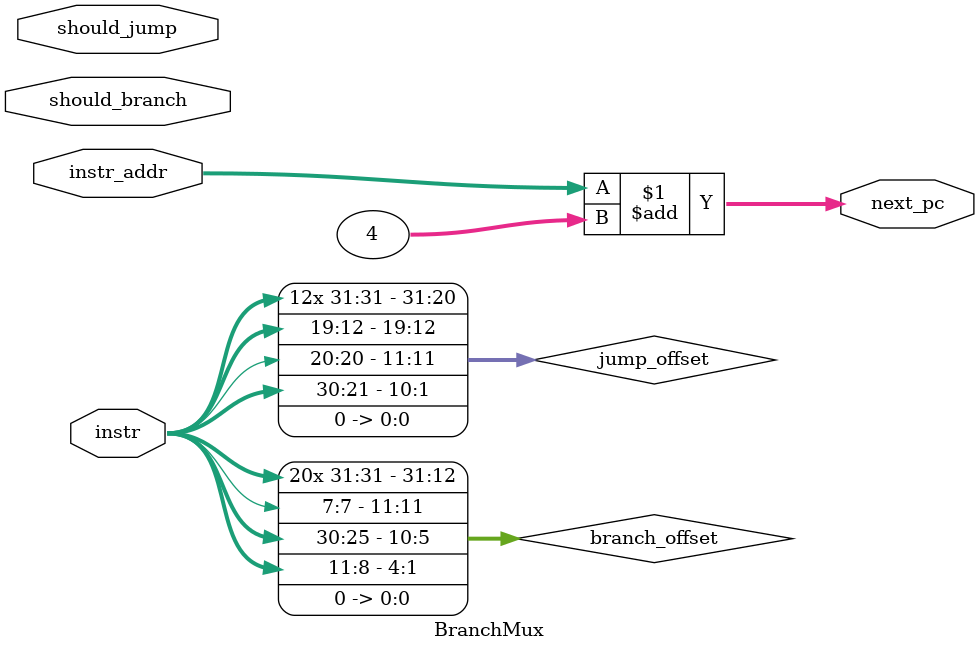
<source format=v>
`timescale 1ns/1ps

module BranchMux(
  input should_branch,
  input should_jump,

  input [31:0] instr,
  input [31:0] instr_addr,

  output [31:0] next_pc
);

  wire [31:0] branch_offset = { {20{ instr[31] }},     instr[7], instr[30:25],  instr[11:8], 1'b0 };
  wire [31:0] jump_offset   = { {12{ instr[31] }}, instr[19:12],    instr[20], instr[30:21], 1'b0 };

  assign next_pc = instr_addr + 4; // TODO: (penguinliong) Do actual branching.
endmodule

</source>
